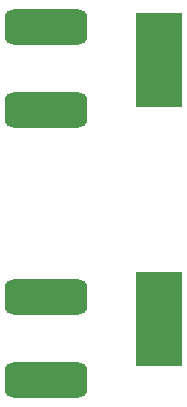
<source format=gtp>
G04 #@! TF.GenerationSoftware,KiCad,Pcbnew,8.0.0*
G04 #@! TF.CreationDate,2024-05-22T21:05:34-07:00*
G04 #@! TF.ProjectId,sim_switch,73696d5f-7377-4697-9463-682e6b696361,rev?*
G04 #@! TF.SameCoordinates,Original*
G04 #@! TF.FileFunction,Paste,Top*
G04 #@! TF.FilePolarity,Positive*
%FSLAX46Y46*%
G04 Gerber Fmt 4.6, Leading zero omitted, Abs format (unit mm)*
G04 Created by KiCad (PCBNEW 8.0.0) date 2024-05-22 21:05:34*
%MOMM*%
%LPD*%
G01*
G04 APERTURE LIST*
G04 Aperture macros list*
%AMRoundRect*
0 Rectangle with rounded corners*
0 $1 Rounding radius*
0 $2 $3 $4 $5 $6 $7 $8 $9 X,Y pos of 4 corners*
0 Add a 4 corners polygon primitive as box body*
4,1,4,$2,$3,$4,$5,$6,$7,$8,$9,$2,$3,0*
0 Add four circle primitives for the rounded corners*
1,1,$1+$1,$2,$3*
1,1,$1+$1,$4,$5*
1,1,$1+$1,$6,$7*
1,1,$1+$1,$8,$9*
0 Add four rect primitives between the rounded corners*
20,1,$1+$1,$2,$3,$4,$5,0*
20,1,$1+$1,$4,$5,$6,$7,0*
20,1,$1+$1,$6,$7,$8,$9,0*
20,1,$1+$1,$8,$9,$2,$3,0*%
G04 Aperture macros list end*
%ADD10R,4.000000X8.000000*%
%ADD11RoundRect,0.750000X-2.750000X-0.750000X2.750000X-0.750000X2.750000X0.750000X-2.750000X0.750000X0*%
%ADD12RoundRect,0.750000X2.750000X0.750000X-2.750000X0.750000X-2.750000X-0.750000X2.750000X-0.750000X0*%
G04 APERTURE END LIST*
D10*
X162000000Y-87000000D03*
X162000000Y-65000000D03*
D11*
X152400000Y-85090000D03*
X152400000Y-92090000D03*
D12*
X152400000Y-69230000D03*
X152400000Y-62230000D03*
M02*

</source>
